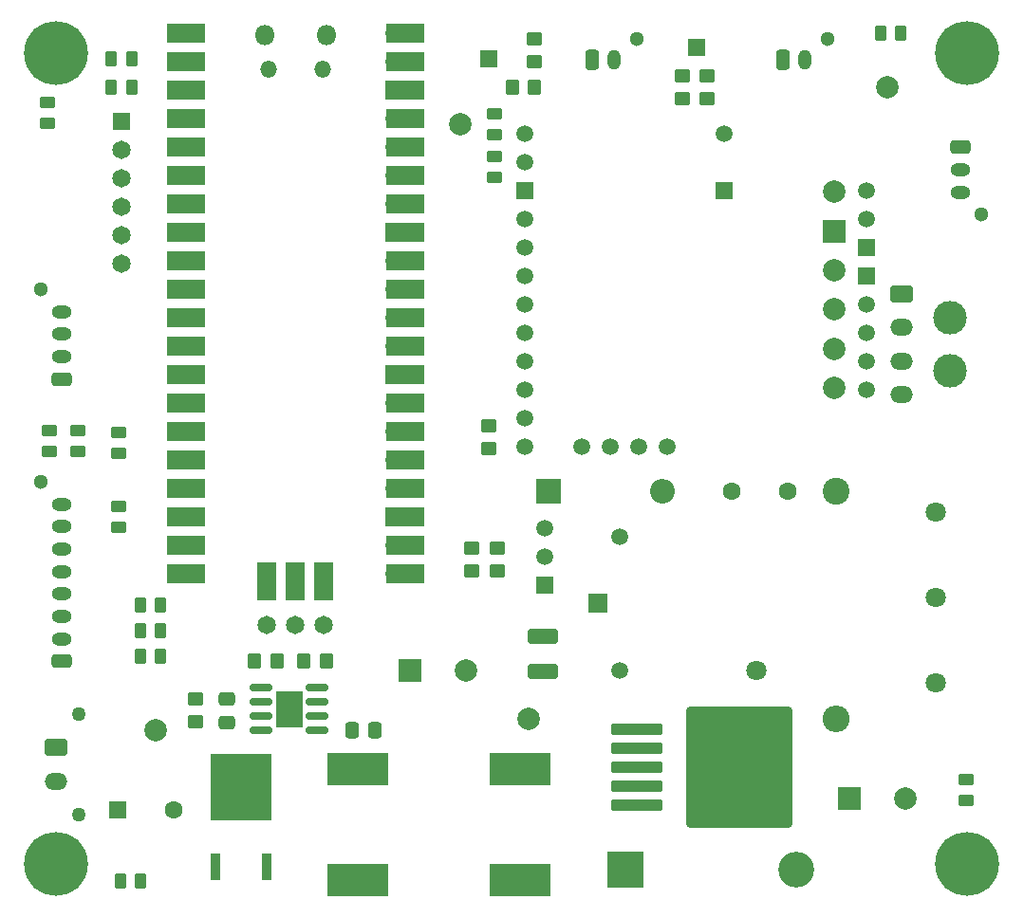
<source format=gbr>
%TF.GenerationSoftware,KiCad,Pcbnew,7.0.10*%
%TF.CreationDate,2024-03-29T16:51:17-04:00*%
%TF.ProjectId,WaveWise_PMIC,57617665-5769-4736-955f-504d49432e6b,rev?*%
%TF.SameCoordinates,Original*%
%TF.FileFunction,Soldermask,Top*%
%TF.FilePolarity,Negative*%
%FSLAX46Y46*%
G04 Gerber Fmt 4.6, Leading zero omitted, Abs format (unit mm)*
G04 Created by KiCad (PCBNEW 7.0.10) date 2024-03-29 16:51:17*
%MOMM*%
%LPD*%
G01*
G04 APERTURE LIST*
G04 Aperture macros list*
%AMRoundRect*
0 Rectangle with rounded corners*
0 $1 Rounding radius*
0 $2 $3 $4 $5 $6 $7 $8 $9 X,Y pos of 4 corners*
0 Add a 4 corners polygon primitive as box body*
4,1,4,$2,$3,$4,$5,$6,$7,$8,$9,$2,$3,0*
0 Add four circle primitives for the rounded corners*
1,1,$1+$1,$2,$3*
1,1,$1+$1,$4,$5*
1,1,$1+$1,$6,$7*
1,1,$1+$1,$8,$9*
0 Add four rect primitives between the rounded corners*
20,1,$1+$1,$2,$3,$4,$5,0*
20,1,$1+$1,$4,$5,$6,$7,0*
20,1,$1+$1,$6,$7,$8,$9,0*
20,1,$1+$1,$8,$9,$2,$3,0*%
G04 Aperture macros list end*
%ADD10C,2.000000*%
%ADD11C,1.270000*%
%ADD12RoundRect,0.250001X-0.759999X0.499999X-0.759999X-0.499999X0.759999X-0.499999X0.759999X0.499999X0*%
%ADD13O,2.020000X1.500000*%
%ADD14RoundRect,0.250000X-0.450000X0.350000X-0.450000X-0.350000X0.450000X-0.350000X0.450000X0.350000X0*%
%ADD15C,1.300000*%
%ADD16RoundRect,0.250000X0.650000X-0.350000X0.650000X0.350000X-0.650000X0.350000X-0.650000X-0.350000X0*%
%ADD17O,1.800000X1.200000*%
%ADD18RoundRect,0.250000X-0.350000X-0.650000X0.350000X-0.650000X0.350000X0.650000X-0.350000X0.650000X0*%
%ADD19O,1.200000X1.800000*%
%ADD20RoundRect,0.250000X-0.650000X0.350000X-0.650000X-0.350000X0.650000X-0.350000X0.650000X0.350000X0*%
%ADD21RoundRect,0.250000X0.262500X0.450000X-0.262500X0.450000X-0.262500X-0.450000X0.262500X-0.450000X0*%
%ADD22R,5.400000X2.900000*%
%ADD23C,3.000000*%
%ADD24R,1.650000X1.650000*%
%ADD25C,1.650000*%
%ADD26RoundRect,0.250000X0.350000X0.450000X-0.350000X0.450000X-0.350000X-0.450000X0.350000X-0.450000X0*%
%ADD27R,0.939800X2.489200*%
%ADD28R,5.511800X5.918200*%
%ADD29RoundRect,0.250000X0.450000X-0.350000X0.450000X0.350000X-0.450000X0.350000X-0.450000X-0.350000X0*%
%ADD30R,1.500000X1.500000*%
%ADD31C,1.500000*%
%ADD32C,5.700000*%
%ADD33RoundRect,0.250000X0.450000X-0.262500X0.450000X0.262500X-0.450000X0.262500X-0.450000X-0.262500X0*%
%ADD34RoundRect,0.250000X-0.475000X0.337500X-0.475000X-0.337500X0.475000X-0.337500X0.475000X0.337500X0*%
%ADD35R,2.000000X2.000000*%
%ADD36RoundRect,0.250000X-0.262500X-0.450000X0.262500X-0.450000X0.262500X0.450000X-0.262500X0.450000X0*%
%ADD37C,1.651000*%
%ADD38O,2.400000X2.400000*%
%ADD39C,2.400000*%
%ADD40C,1.498600*%
%ADD41C,1.803400*%
%ADD42R,1.803400X1.803400*%
%ADD43RoundRect,0.250000X-0.450000X0.262500X-0.450000X-0.262500X0.450000X-0.262500X0.450000X0.262500X0*%
%ADD44O,3.200000X3.200000*%
%ADD45R,3.200000X3.200000*%
%ADD46RoundRect,0.250000X1.100000X-0.412500X1.100000X0.412500X-1.100000X0.412500X-1.100000X-0.412500X0*%
%ADD47RoundRect,0.250000X-0.337500X-0.475000X0.337500X-0.475000X0.337500X0.475000X-0.337500X0.475000X0*%
%ADD48C,1.600000*%
%ADD49RoundRect,0.250000X-0.350000X-0.450000X0.350000X-0.450000X0.350000X0.450000X-0.350000X0.450000X0*%
%ADD50R,2.200000X2.200000*%
%ADD51O,2.200000X2.200000*%
%ADD52RoundRect,0.150000X0.825000X0.150000X-0.825000X0.150000X-0.825000X-0.150000X0.825000X-0.150000X0*%
%ADD53R,2.410000X3.300000*%
%ADD54RoundRect,0.250002X-4.449998X-5.149998X4.449998X-5.149998X4.449998X5.149998X-4.449998X5.149998X0*%
%ADD55RoundRect,0.250000X-2.050000X-0.300000X2.050000X-0.300000X2.050000X0.300000X-2.050000X0.300000X0*%
%ADD56R,1.700000X3.500000*%
%ADD57O,1.700000X1.700000*%
%ADD58R,1.700000X1.700000*%
%ADD59R,3.500000X1.700000*%
%ADD60O,1.800000X1.800000*%
%ADD61O,1.500000X1.500000*%
%ADD62R,1.600000X1.600000*%
G04 APERTURE END LIST*
D10*
%TO.C,3V1*%
X90678000Y-60960000D03*
%TD*%
D11*
%TO.C,J1*%
X56570000Y-113586000D03*
X56570000Y-122586000D03*
D12*
X54610000Y-116586000D03*
D13*
X54610000Y-119586000D03*
%TD*%
D14*
%TO.C,R26*%
X91694000Y-98822000D03*
X91694000Y-100822000D03*
%TD*%
D15*
%TO.C,J6*%
X53199750Y-75687500D03*
D16*
X55099750Y-83687500D03*
D17*
X55099750Y-81687500D03*
X55099750Y-79687500D03*
X55099750Y-77687500D03*
%TD*%
D15*
%TO.C,J11*%
X106378000Y-53314000D03*
D18*
X102378000Y-55214000D03*
D19*
X104378000Y-55214000D03*
%TD*%
D17*
%TO.C,J8*%
X55099750Y-94870000D03*
X55099750Y-96870000D03*
X55099750Y-98870000D03*
X55099750Y-100870000D03*
X55099750Y-102870000D03*
X55099750Y-104870000D03*
X55099750Y-106870000D03*
D16*
X55099750Y-108870000D03*
D15*
X53199750Y-92870000D03*
%TD*%
%TO.C,J9*%
X137155000Y-68992000D03*
D20*
X135255000Y-62992000D03*
D17*
X135255000Y-64992000D03*
X135255000Y-66992000D03*
%TD*%
D15*
%TO.C,J10*%
X123396000Y-53314000D03*
D18*
X119396000Y-55214000D03*
D19*
X121396000Y-55214000D03*
%TD*%
D14*
%TO.C,R8*%
X93980000Y-98796600D03*
X93980000Y-100796600D03*
%TD*%
D21*
%TO.C,R25*%
X62079500Y-106172000D03*
X63904500Y-106172000D03*
%TD*%
D22*
%TO.C,L3*%
X81534000Y-118494000D03*
X81534000Y-128394000D03*
%TD*%
D23*
%TO.C,J5*%
X134368000Y-82940000D03*
X134368000Y-78240000D03*
D12*
X130048000Y-76090000D03*
D13*
X130048000Y-79090000D03*
X130048000Y-82090000D03*
X130048000Y-85090000D03*
%TD*%
D24*
%TO.C,J2*%
X60452000Y-60706000D03*
D25*
X60452000Y-63246000D03*
X60452000Y-65786000D03*
X60452000Y-68326000D03*
X60452000Y-70866000D03*
X60452000Y-73406000D03*
%TD*%
D26*
%TO.C,R5*%
X78713000Y-108839000D03*
X76713000Y-108839000D03*
%TD*%
D27*
%TO.C,D3*%
X73406000Y-127266700D03*
D28*
X71120000Y-120142000D03*
D27*
X68834000Y-127266700D03*
%TD*%
D29*
%TO.C,R2*%
X110490000Y-58642000D03*
X110490000Y-56642000D03*
%TD*%
D14*
%TO.C,R3*%
X97282000Y-53356000D03*
X97282000Y-55356000D03*
%TD*%
D30*
%TO.C,Q2*%
X98150000Y-102108000D03*
D31*
X98150000Y-99568000D03*
X98150000Y-97028000D03*
%TD*%
D30*
%TO.C,BatteryV1*%
X111760000Y-54102000D03*
%TD*%
D32*
%TO.C,HE1*%
X54610000Y-127000000D03*
%TD*%
D33*
%TO.C,R12*%
X60198000Y-95099500D03*
X60198000Y-96924500D03*
%TD*%
%TO.C,R10*%
X60198000Y-88495500D03*
X60198000Y-90320500D03*
%TD*%
D34*
%TO.C,C8*%
X69853000Y-112268000D03*
X69853000Y-114343000D03*
%TD*%
D35*
%TO.C,C6*%
X86186000Y-109728000D03*
D10*
X91186000Y-109728000D03*
%TD*%
D36*
%TO.C,R13*%
X62079500Y-103886000D03*
X63904500Y-103886000D03*
%TD*%
D37*
%TO.C,J3*%
X73406000Y-105664000D03*
X75946000Y-105664000D03*
X78486000Y-105664000D03*
%TD*%
D38*
%TO.C,R7*%
X124206000Y-114046000D03*
D39*
X124206000Y-93726000D03*
%TD*%
D40*
%TO.C,K1*%
X104902000Y-97728002D03*
D41*
X117101198Y-109728000D03*
D40*
X104902000Y-109728000D03*
D42*
X102901999Y-103728001D03*
%TD*%
D10*
%TO.C,24V_1*%
X63500000Y-115062000D03*
%TD*%
D43*
%TO.C,R23*%
X135786500Y-119483500D03*
X135786500Y-121308500D03*
%TD*%
D21*
%TO.C,R22*%
X62126500Y-128524000D03*
X60301500Y-128524000D03*
%TD*%
D41*
%TO.C,J13*%
X133050000Y-110832900D03*
X133050000Y-103212900D03*
X133050000Y-95592900D03*
%TD*%
D44*
%TO.C,D1*%
X120650000Y-127508000D03*
D45*
X105410000Y-127508000D03*
%TD*%
D14*
%TO.C,R17*%
X93218000Y-87900000D03*
X93218000Y-89900000D03*
%TD*%
D46*
%TO.C,C4*%
X98044000Y-109766500D03*
X98044000Y-106641500D03*
%TD*%
D33*
%TO.C,R14*%
X93726000Y-61872500D03*
X93726000Y-60047500D03*
%TD*%
D32*
%TO.C,H4*%
X135890000Y-127000000D03*
%TD*%
D36*
%TO.C,R19*%
X61341000Y-55118000D03*
X59516000Y-55118000D03*
%TD*%
%TO.C,R21*%
X128119500Y-52832000D03*
X129944500Y-52832000D03*
%TD*%
D47*
%TO.C,C5*%
X80983000Y-115062000D03*
X83058000Y-115062000D03*
%TD*%
D43*
%TO.C,R18*%
X53956750Y-88304500D03*
X53956750Y-90129500D03*
%TD*%
D48*
%TO.C,C2*%
X119848000Y-93726000D03*
X114848000Y-93726000D03*
%TD*%
D49*
%TO.C,R4*%
X95266000Y-57658000D03*
X97266000Y-57658000D03*
%TD*%
D33*
%TO.C,R20*%
X53848000Y-59031500D03*
X53848000Y-60856500D03*
%TD*%
D43*
%TO.C,R15*%
X56496750Y-88304500D03*
X56496750Y-90129500D03*
%TD*%
D29*
%TO.C,R6*%
X67056000Y-114284000D03*
X67056000Y-112284000D03*
%TD*%
%TO.C,R1*%
X112649000Y-58658000D03*
X112649000Y-56658000D03*
%TD*%
D22*
%TO.C,L1*%
X96012000Y-128394000D03*
X96012000Y-118494000D03*
%TD*%
D32*
%TO.C,H1*%
X54610000Y-54610000D03*
%TD*%
D30*
%TO.C,PanelV1*%
X93218000Y-55118000D03*
%TD*%
D10*
%TO.C,GND1*%
X96774000Y-114046000D03*
%TD*%
D36*
%TO.C,R11*%
X62079500Y-108458000D03*
X63904500Y-108458000D03*
%TD*%
D43*
%TO.C,R24*%
X93726000Y-63857500D03*
X93726000Y-65682500D03*
%TD*%
D50*
%TO.C,D2*%
X98552000Y-93726000D03*
D51*
X108712000Y-93726000D03*
%TD*%
D21*
%TO.C,R16*%
X59516000Y-57658000D03*
X61341000Y-57658000D03*
%TD*%
D10*
%TO.C,U2*%
X123988500Y-66978200D03*
D31*
X126884100Y-66825800D03*
X126884100Y-69365800D03*
D10*
X123988500Y-73978200D03*
D31*
X126884100Y-76985800D03*
D10*
X123988500Y-77478200D03*
D31*
X126884100Y-79525800D03*
D10*
X123988500Y-80978200D03*
D31*
X126884100Y-82065800D03*
D10*
X123988500Y-84478200D03*
D31*
X126884100Y-84605800D03*
X109129500Y-89762000D03*
X106589500Y-89762000D03*
X104049500Y-89762000D03*
X101509500Y-89762000D03*
X96429500Y-89762000D03*
X96429500Y-87222000D03*
X96429500Y-84682000D03*
X96429500Y-82142000D03*
X96429500Y-79602000D03*
X96429500Y-77062000D03*
X96429500Y-74522000D03*
X96429500Y-71982000D03*
X96429500Y-69442000D03*
X96429500Y-64362000D03*
X96429500Y-61822000D03*
X114184100Y-61745800D03*
D30*
X96429500Y-66902000D03*
X114184100Y-66825800D03*
D35*
X123988500Y-70478200D03*
D30*
X126884100Y-71905800D03*
X126884100Y-74445800D03*
%TD*%
D32*
%TO.C,H2*%
X135890000Y-54610000D03*
%TD*%
D52*
%TO.C,IC1*%
X77851000Y-115062000D03*
X77851000Y-113792000D03*
X77851000Y-112522000D03*
X77851000Y-111252000D03*
X72901000Y-111252000D03*
X72901000Y-112522000D03*
X72901000Y-113792000D03*
X72901000Y-115062000D03*
D53*
X75376000Y-113157000D03*
%TD*%
D54*
%TO.C,U4*%
X115546000Y-118364000D03*
D55*
X106396000Y-121764000D03*
X106396000Y-120064000D03*
X106396000Y-118364000D03*
X106396000Y-116664000D03*
X106396000Y-114964000D03*
%TD*%
D10*
%TO.C,C1*%
X130394323Y-121158000D03*
D35*
X125394323Y-121158000D03*
%TD*%
D10*
%TO.C,5V1*%
X128778000Y-57658000D03*
%TD*%
D56*
%TO.C,U1*%
X78486000Y-101762000D03*
D57*
X78486000Y-100862000D03*
D56*
X75946000Y-101762000D03*
D58*
X75946000Y-100862000D03*
D56*
X73406000Y-101762000D03*
D57*
X73406000Y-100862000D03*
D59*
X85736000Y-52832000D03*
D57*
X84836000Y-52832000D03*
D59*
X85736000Y-55372000D03*
D57*
X84836000Y-55372000D03*
D59*
X85736000Y-57912000D03*
D58*
X84836000Y-57912000D03*
D59*
X85736000Y-60452000D03*
D57*
X84836000Y-60452000D03*
D59*
X85736000Y-62992000D03*
D57*
X84836000Y-62992000D03*
D59*
X85736000Y-65532000D03*
D57*
X84836000Y-65532000D03*
D59*
X85736000Y-68072000D03*
D57*
X84836000Y-68072000D03*
D59*
X85736000Y-70612000D03*
D58*
X84836000Y-70612000D03*
D59*
X85736000Y-73152000D03*
D57*
X84836000Y-73152000D03*
D59*
X85736000Y-75692000D03*
D57*
X84836000Y-75692000D03*
D59*
X85736000Y-78232000D03*
D57*
X84836000Y-78232000D03*
D59*
X85736000Y-80772000D03*
D57*
X84836000Y-80772000D03*
D59*
X85736000Y-83312000D03*
D58*
X84836000Y-83312000D03*
D59*
X85736000Y-85852000D03*
D57*
X84836000Y-85852000D03*
D59*
X85736000Y-88392000D03*
D57*
X84836000Y-88392000D03*
D59*
X85736000Y-90932000D03*
D57*
X84836000Y-90932000D03*
D59*
X85736000Y-93472000D03*
D57*
X84836000Y-93472000D03*
D59*
X85736000Y-96012000D03*
D58*
X84836000Y-96012000D03*
D59*
X85736000Y-98552000D03*
D57*
X84836000Y-98552000D03*
D59*
X85736000Y-101092000D03*
D57*
X84836000Y-101092000D03*
D59*
X66156000Y-101092000D03*
D57*
X67056000Y-101092000D03*
D59*
X66156000Y-98552000D03*
D57*
X67056000Y-98552000D03*
D59*
X66156000Y-96012000D03*
D58*
X67056000Y-96012000D03*
D59*
X66156000Y-93472000D03*
D57*
X67056000Y-93472000D03*
D59*
X66156000Y-90932000D03*
D57*
X67056000Y-90932000D03*
D59*
X66156000Y-88392000D03*
D57*
X67056000Y-88392000D03*
D59*
X66156000Y-85852000D03*
D57*
X67056000Y-85852000D03*
D59*
X66156000Y-83312000D03*
D58*
X67056000Y-83312000D03*
D59*
X66156000Y-80772000D03*
D57*
X67056000Y-80772000D03*
D59*
X66156000Y-78232000D03*
D57*
X67056000Y-78232000D03*
D59*
X66156000Y-75692000D03*
D57*
X67056000Y-75692000D03*
D59*
X66156000Y-73152000D03*
D57*
X67056000Y-73152000D03*
D59*
X66156000Y-70612000D03*
D58*
X67056000Y-70612000D03*
D59*
X66156000Y-68072000D03*
D57*
X67056000Y-68072000D03*
D59*
X66156000Y-65532000D03*
D57*
X67056000Y-65532000D03*
D59*
X66156000Y-62992000D03*
D57*
X67056000Y-62992000D03*
D59*
X66156000Y-60452000D03*
D57*
X67056000Y-60452000D03*
D59*
X66156000Y-57912000D03*
D58*
X67056000Y-57912000D03*
D59*
X66156000Y-55372000D03*
D57*
X67056000Y-55372000D03*
D59*
X66156000Y-52832000D03*
D57*
X67056000Y-52832000D03*
D60*
X78671000Y-52962000D03*
D61*
X78371000Y-55992000D03*
X73521000Y-55992000D03*
D60*
X73221000Y-52962000D03*
%TD*%
D62*
%TO.C,C9*%
X60081349Y-122174000D03*
D48*
X65081349Y-122174000D03*
%TD*%
D49*
%TO.C,R9*%
X72268000Y-108839000D03*
X74268000Y-108839000D03*
%TD*%
M02*

</source>
